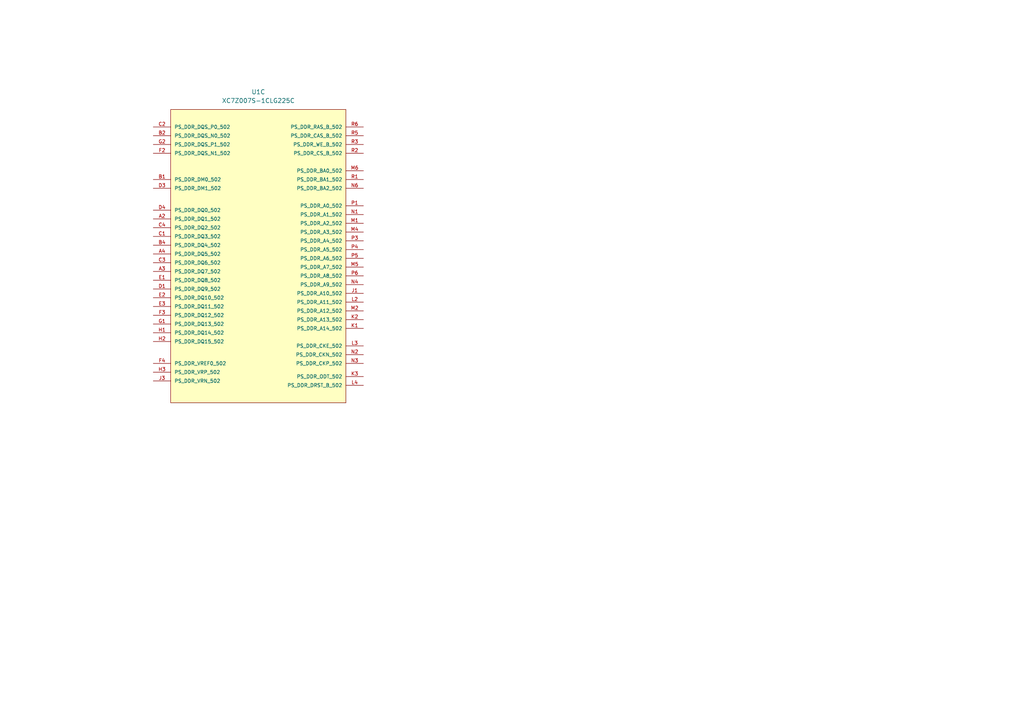
<source format=kicad_sch>
(kicad_sch (version 20231120) (generator "eeschema") (generator_version "8.0")
  (paper "A4")
  (lib_symbols
    (symbol "XC7Z007S-1CLG225C:XC7Z007S-1CLG225C" (pin_names (offset 1.016))
      (property "Reference" "U" (at -20.4724 32.4612 0))
      (property "Value" "XC7Z007S-1CLG225C" (at -9.906 -33.782 0))
      (symbol "XC7Z007S-1CLG225C_1_0"
        (rectangle (start -20.32 30.48) (end 22.86 -27.94) (stroke (width 0.1524)) (fill (type background)))
        (pin power_in line (at 27.94 25.4 180) (length 5.08) (name "VCCO_MIO0_500(1)") (number "A6"))
        (pin power_in line (at 27.94 20.32 180) (length 5.08) (name "VCCO_MIO1_501(1)") (number "B13"))
        (pin power_in line (at 27.94 -12.7 180) (length 5.08) (name "VCCO_DDR_502(1)") (number "B3"))
        (pin power_in line (at 27.94 17.78 180) (length 5.08) (name "VCCO_MIO1_501(2)") (number "C10"))
        (pin power_in line (at 27.94 22.86 180) (length 5.08) (name "VCCO_MIO0_500(2)") (number "D7"))
        (pin power_in line (at -25.4 25.4 0) (length 5.08) (name "VCCINT(1)") (number "E10"))
        (pin power_in line (at 27.94 15.24 180) (length 5.08) (name "VCCO_MIO1_501(3)") (number "E14"))
        (pin power_in line (at 27.94 -15.24 180) (length 5.08) (name "VCCO_DDR_502(2)") (number "E4"))
        (pin power_in line (at -25.4 -25.4 0) (length 5.08) (name "VCCBATT_0") (number "E6"))
        (pin power_in line (at 27.94 -17.78 180) (length 5.08) (name "VCCO_DDR_502(3)") (number "F1"))
        (pin power_in line (at 27.94 -5.08 180) (length 5.08) (name "VCCO_35(1)") (number "F11"))
        (pin power_in line (at -25.4 -7.62 0) (length 5.08) (name "VCCPLL") (number "F5"))
        (pin power_in line (at -25.4 -5.08 0) (length 5.08) (name "VCCADC_0") (number "F7"))
        (pin power_in line (at -25.4 22.86 0) (length 5.08) (name "VCCINT(2)") (number "F9"))
        (pin power_in line (at -25.4 20.32 0) (length 5.08) (name "VCCINT(3)") (number "G10"))
        (pin power_in line (at -25.4 2.54 0) (length 5.08) (name "RSVDVCC1") (number "G4"))
        (pin power_in line (at -25.4 17.78 0) (length 5.08) (name "VCCPINT(1)") (number "G6"))
        (pin power_in line (at 27.94 -7.62 180) (length 5.08) (name "VCCO_35(2)") (number "H15"))
        (pin power_in line (at -25.4 -2.54 0) (length 5.08) (name "RSVDVCC3") (number "H4"))
        (pin power_in line (at -25.4 15.24 0) (length 5.08) (name "VCCPINT(2)") (number "H5"))
        (pin power_in line (at -25.4 -12.7 0) (length 5.08) (name "VCCAUX(1)") (number "H9"))
        (pin power_in line (at -25.4 10.16 0) (length 5.08) (name "VCCINT(4)") (number "J10"))
        (pin power_in line (at 27.94 7.62 180) (length 5.08) (name "VCCO_34(1)") (number "J12"))
        (pin power_in line (at 27.94 -20.32 180) (length 5.08) (name "VCCO_DDR_502(4)") (number "J2"))
        (pin power_in line (at -25.4 0 0) (length 5.08) (name "RSVDVCC2") (number "J4"))
        (pin power_in line (at -25.4 -20.32 0) (length 5.08) (name "VCCPAUX(1)") (number "J6"))
        (pin power_in line (at -25.4 -15.24 0) (length 5.08) (name "VCCAUX(2)") (number "J8"))
        (pin power_in line (at -25.4 12.7 0) (length 5.08) (name "VCCPINT(3)") (number "K5"))
        (pin power_in line (at 27.94 12.7 180) (length 5.08) (name "VCCO_0") (number "K8"))
        (pin power_in line (at -25.4 -17.78 0) (length 5.08) (name "VCCAUX(3)") (number "K9"))
        (pin power_in line (at -25.4 7.62 0) (length 5.08) (name "VCCINT(5)") (number "L10"))
        (pin power_in line (at -25.4 -22.86 0) (length 5.08) (name "VCCPAUX(2)") (number "L6"))
        (pin power_in line (at 27.94 5.08 180) (length 5.08) (name "VCCO_34(2)") (number "M13"))
        (pin power_in line (at 27.94 -22.86 180) (length 5.08) (name "VCCO_DDR_502(5)") (number "M3"))
        (pin power_in line (at 27.94 2.54 180) (length 5.08) (name "VCCO_34(3)") (number "N10"))
        (pin power_in line (at 27.94 0 180) (length 5.08) (name "VCCO_34(4)") (number "P7"))
        (pin power_in line (at 27.94 -2.54 180) (length 5.08) (name "VCCO_34(5)") (number "R14"))
        (pin power_in line (at 27.94 -25.4 180) (length 5.08) (name "VCCO_DDR_502(6)") (number "R4"))
      )
      (symbol "XC7Z007S-1CLG225C_2_0"
        (rectangle (start -15.24 -20.32) (end 17.78 22.86) (stroke (width 0.1524)) (fill (type background)))
        (pin power_in line (at -20.32 20.32 0) (length 5.08) (name "GND(1)") (number "A1"))
        (pin power_in line (at -20.32 17.78 0) (length 5.08) (name "GND(2)") (number "A11"))
        (pin power_in line (at -20.32 15.24 0) (length 5.08) (name "GND(3)") (number "B8"))
        (pin power_in line (at -20.32 10.16 0) (length 5.08) (name "GND(5)") (number "C15"))
        (pin power_in line (at -20.32 12.7 0) (length 5.08) (name "GND(4)") (number "C5"))
        (pin power_in line (at -20.32 5.08 0) (length 5.08) (name "GND(7)") (number "D12"))
        (pin power_in line (at -20.32 7.62 0) (length 5.08) (name "GND(6)") (number "D2"))
        (pin power_in line (at -20.32 2.54 0) (length 5.08) (name "GND(8)") (number "E5"))
        (pin power_in line (at -20.32 0 0) (length 5.08) (name "GND(9)") (number "E7"))
        (pin power_in line (at -20.32 -2.54 0) (length 5.08) (name "GND(10)") (number "E9"))
        (pin power_in line (at -20.32 -5.08 0) (length 5.08) (name "GND(11)") (number "F10"))
        (pin power_in line (at 22.86 20.32 180) (length 5.08) (name "GNDADC_0") (number "F8"))
        (pin power_in line (at -20.32 -12.7 0) (length 5.08) (name "GND(14)") (number "G13"))
        (pin power_in line (at -20.32 -7.62 0) (length 5.08) (name "GND(12)") (number "G3"))
        (pin power_in line (at -20.32 -10.16 0) (length 5.08) (name "GND(13)") (number "G5"))
        (pin power_in line (at -20.32 -17.78 0) (length 5.08) (name "GND(16)") (number "H10"))
        (pin power_in line (at -20.32 -15.24 0) (length 5.08) (name "GND(15)") (number "H6"))
        (pin power_in line (at 22.86 -17.78 180) (length 5.08) (name "GND(17)") (number "J5"))
        (pin power_in line (at 22.86 -15.24 180) (length 5.08) (name "GND(18)") (number "J9"))
        (pin power_in line (at 22.86 -7.62 180) (length 5.08) (name "GND(21)") (number "K10"))
        (pin power_in line (at 22.86 -5.08 180) (length 5.08) (name "GND(22)") (number "K14"))
        (pin power_in line (at 22.86 -12.7 180) (length 5.08) (name "GND(19)") (number "K4"))
        (pin power_in line (at 22.86 -10.16 180) (length 5.08) (name "GND(20)") (number "K7"))
        (pin power_in line (at 22.86 -2.54 180) (length 5.08) (name "GND(23)") (number "L1"))
        (pin power_in line (at 22.86 2.54 180) (length 5.08) (name "GND(25)") (number "L11"))
        (pin power_in line (at 22.86 0 180) (length 5.08) (name "GND(24)") (number "L5"))
        (pin power_in line (at 22.86 5.08 180) (length 5.08) (name "GND(26)") (number "M8"))
        (pin power_in line (at 22.86 10.16 180) (length 5.08) (name "GND(28)") (number "N15"))
        (pin power_in line (at 22.86 7.62 180) (length 5.08) (name "GND(27)") (number "N5"))
        (pin power_in line (at 22.86 15.24 180) (length 5.08) (name "GND(30)") (number "P12"))
        (pin power_in line (at 22.86 12.7 180) (length 5.08) (name "GND(29)") (number "P2"))
        (pin power_in line (at 22.86 17.78 180) (length 5.08) (name "GND(31)") (number "R9"))
      )
      (symbol "XC7Z007S-1CLG225C_3_0"
        (rectangle (start -22.86 38.1) (end 27.94 -46.99) (stroke (width 0.1524)) (fill (type background)))
        (pin bidirectional line (at -27.94 6.35 0) (length 5.08) (name "PS_DDR_DQ1_502") (number "A2"))
        (pin bidirectional line (at -27.94 -8.89 0) (length 5.08) (name "PS_DDR_DQ7_502") (number "A3"))
        (pin bidirectional line (at -27.94 -3.81 0) (length 5.08) (name "PS_DDR_DQ5_502") (number "A4"))
        (pin bidirectional line (at -27.94 17.78 0) (length 5.08) (name "PS_DDR_DM0_502") (number "B1"))
        (pin bidirectional line (at -27.94 30.48 0) (length 5.08) (name "PS_DDR_DQS_N0_502") (number "B2"))
        (pin bidirectional line (at -27.94 -1.27 0) (length 5.08) (name "PS_DDR_DQ4_502") (number "B4"))
        (pin bidirectional line (at -27.94 1.27 0) (length 5.08) (name "PS_DDR_DQ3_502") (number "C1"))
        (pin bidirectional line (at -27.94 33.02 0) (length 5.08) (name "PS_DDR_DQS_P0_502") (number "C2"))
        (pin bidirectional line (at -27.94 -6.35 0) (length 5.08) (name "PS_DDR_DQ6_502") (number "C3"))
        (pin bidirectional line (at -27.94 3.81 0) (length 5.08) (name "PS_DDR_DQ2_502") (number "C4"))
        (pin bidirectional line (at -27.94 -13.97 0) (length 5.08) (name "PS_DDR_DQ9_502") (number "D1"))
        (pin bidirectional line (at -27.94 15.24 0) (length 5.08) (name "PS_DDR_DM1_502") (number "D3"))
        (pin bidirectional line (at -27.94 8.89 0) (length 5.08) (name "PS_DDR_DQ0_502") (number "D4"))
        (pin bidirectional line (at -27.94 -11.43 0) (length 5.08) (name "PS_DDR_DQ8_502") (number "E1"))
        (pin bidirectional line (at -27.94 -16.51 0) (length 5.08) (name "PS_DDR_DQ10_502") (number "E2"))
        (pin bidirectional line (at -27.94 -19.05 0) (length 5.08) (name "PS_DDR_DQ11_502") (number "E3"))
        (pin bidirectional line (at -27.94 25.4 0) (length 5.08) (name "PS_DDR_DQS_N1_502") (number "F2"))
        (pin bidirectional line (at -27.94 -21.59 0) (length 5.08) (name "PS_DDR_DQ12_502") (number "F3"))
        (pin bidirectional line (at -27.94 -35.56 0) (length 5.08) (name "PS_DDR_VREF0_502") (number "F4"))
        (pin bidirectional line (at -27.94 -24.13 0) (length 5.08) (name "PS_DDR_DQ13_502") (number "G1"))
        (pin bidirectional line (at -27.94 27.94 0) (length 5.08) (name "PS_DDR_DQS_P1_502") (number "G2"))
        (pin bidirectional line (at -27.94 -26.67 0) (length 5.08) (name "PS_DDR_DQ14_502") (number "H1"))
        (pin bidirectional line (at -27.94 -29.21 0) (length 5.08) (name "PS_DDR_DQ15_502") (number "H2"))
        (pin bidirectional line (at -27.94 -38.1 0) (length 5.08) (name "PS_DDR_VRP_502") (number "H3"))
        (pin bidirectional line (at 33.02 -15.24 180) (length 5.08) (name "PS_DDR_A10_502") (number "J1"))
        (pin bidirectional line (at -27.94 -40.64 0) (length 5.08) (name "PS_DDR_VRN_502") (number "J3"))
        (pin bidirectional line (at 33.02 -25.4 180) (length 5.08) (name "PS_DDR_A14_502") (number "K1"))
        (pin bidirectional line (at 33.02 -22.86 180) (length 5.08) (name "PS_DDR_A13_502") (number "K2"))
        (pin bidirectional line (at 33.02 -39.37 180) (length 5.08) (name "PS_DDR_ODT_502") (number "K3"))
        (pin bidirectional line (at 33.02 -17.78 180) (length 5.08) (name "PS_DDR_A11_502") (number "L2"))
        (pin bidirectional line (at 33.02 -30.48 180) (length 5.08) (name "PS_DDR_CKE_502") (number "L3"))
        (pin bidirectional line (at 33.02 -41.91 180) (length 5.08) (name "PS_DDR_DRST_B_502") (number "L4"))
        (pin bidirectional line (at 33.02 5.08 180) (length 5.08) (name "PS_DDR_A2_502") (number "M1"))
        (pin bidirectional line (at 33.02 -20.32 180) (length 5.08) (name "PS_DDR_A12_502") (number "M2"))
        (pin bidirectional line (at 33.02 2.54 180) (length 5.08) (name "PS_DDR_A3_502") (number "M4"))
        (pin bidirectional line (at 33.02 -7.62 180) (length 5.08) (name "PS_DDR_A7_502") (number "M5"))
        (pin bidirectional line (at 33.02 20.32 180) (length 5.08) (name "PS_DDR_BA0_502") (number "M6"))
        (pin bidirectional line (at 33.02 7.62 180) (length 5.08) (name "PS_DDR_A1_502") (number "N1"))
        (pin bidirectional line (at 33.02 -33.02 180) (length 5.08) (name "PS_DDR_CKN_502") (number "N2"))
        (pin bidirectional line (at 33.02 -35.56 180) (length 5.08) (name "PS_DDR_CKP_502") (number "N3"))
        (pin bidirectional line (at 33.02 -12.7 180) (length 5.08) (name "PS_DDR_A9_502") (number "N4"))
        (pin bidirectional line (at 33.02 15.24 180) (length 5.08) (name "PS_DDR_BA2_502") (number "N6"))
        (pin bidirectional line (at 33.02 10.16 180) (length 5.08) (name "PS_DDR_A0_502") (number "P1"))
        (pin bidirectional line (at 33.02 0 180) (length 5.08) (name "PS_DDR_A4_502") (number "P3"))
        (pin bidirectional line (at 33.02 -2.54 180) (length 5.08) (name "PS_DDR_A5_502") (number "P4"))
        (pin bidirectional line (at 33.02 -5.08 180) (length 5.08) (name "PS_DDR_A6_502") (number "P5"))
        (pin bidirectional line (at 33.02 -10.16 180) (length 5.08) (name "PS_DDR_A8_502") (number "P6"))
        (pin bidirectional line (at 33.02 17.78 180) (length 5.08) (name "PS_DDR_BA1_502") (number "R1"))
        (pin bidirectional line (at 33.02 25.4 180) (length 5.08) (name "PS_DDR_CS_B_502") (number "R2"))
        (pin bidirectional line (at 33.02 27.94 180) (length 5.08) (name "PS_DDR_WE_B_502") (number "R3"))
        (pin bidirectional line (at 33.02 30.48 180) (length 5.08) (name "PS_DDR_CAS_B_502") (number "R5"))
        (pin bidirectional line (at 33.02 33.02 180) (length 5.08) (name "PS_DDR_RAS_B_502") (number "R6"))
      )
      (symbol "XC7Z007S-1CLG225C_4_0"
        (rectangle (start -22.86 -35.56) (end 20.32 35.56) (stroke (width 0.1524)) (fill (type background)))
        (pin bidirectional line (at -27.94 20.32 0) (length 5.08) (name "PS_MIO6_500") (number "A10"))
        (pin bidirectional line (at -27.94 17.78 0) (length 5.08) (name "PS_MIO52_501") (number "A12"))
        (pin bidirectional line (at -27.94 15.24 0) (length 5.08) (name "PS_MIO38_501") (number "A13"))
        (pin bidirectional line (at -27.94 12.7 0) (length 5.08) (name "PS_MIO35_501") (number "A14"))
        (pin bidirectional line (at -27.94 10.16 0) (length 5.08) (name "PS_MIO28_501") (number "A15"))
        (pin bidirectional line (at -27.94 30.48 0) (length 5.08) (name "PS_MIO1_500") (number "A5"))
        (pin bidirectional line (at -27.94 27.94 0) (length 5.08) (name "PS_MIO3_500") (number "A7"))
        (pin bidirectional line (at -27.94 25.4 0) (length 5.08) (name "PS_MIO2_500") (number "A8"))
        (pin bidirectional line (at -27.94 22.86 0) (length 5.08) (name "PS_MIO5_500") (number "A9"))
        (pin bidirectional line (at -27.94 -2.54 0) (length 5.08) (name "PS_MIO11_500") (number "B10"))
        (pin bidirectional line (at 25.4 -10.16 180) (length 5.08) (name "PS_SRST_B_501") (number "B11"))
        (pin bidirectional line (at -27.94 -7.62 0) (length 5.08) (name "PS_MIO48_501") (number "B12"))
        (pin bidirectional line (at -27.94 -10.16 0) (length 5.08) (name "PS_MIO36_501") (number "B14"))
        (pin bidirectional line (at -27.94 -12.7 0) (length 5.08) (name "PS_MIO30_501") (number "B15"))
        (pin bidirectional line (at -27.94 7.62 0) (length 5.08) (name "PS_MIO9_500") (number "B5"))
        (pin bidirectional line (at -27.94 5.08 0) (length 5.08) (name "PS_MIO8_500") (number "B6"))
        (pin bidirectional line (at -27.94 2.54 0) (length 5.08) (name "PS_MIO12_500") (number "B7"))
        (pin bidirectional line (at -27.94 0 0) (length 5.08) (name "PS_MIO14_500") (number "B9"))
        (pin bidirectional line (at -27.94 -15.24 0) (length 5.08) (name "PS_MIO33_501") (number "C11"))
        (pin bidirectional line (at -27.94 -17.78 0) (length 5.08) (name "PS_MIO31_501") (number "C12"))
        (pin bidirectional line (at -27.94 -20.32 0) (length 5.08) (name "PS_MIO53_501") (number "C13"))
        (pin bidirectional line (at -27.94 -22.86 0) (length 5.08) (name "PS_MIO37_501") (number "C14"))
        (pin bidirectional line (at -27.94 -5.08 0) (length 5.08) (name "PS_MIO13_500") (number "C6"))
        (pin bidirectional clock (at 25.4 -7.62 180) (length 5.08) (name "PS_CLK_500") (number "C7"))
        (pin bidirectional line (at 25.4 -15.24 180) (length 5.08) (name "PS_MIO4_500") (number "C8"))
        (pin bidirectional line (at 25.4 15.24 180) (length 5.08) (name "PS_POR_B_500") (number "C9"))
        (pin bidirectional line (at 25.4 -30.48 180) (length 5.08) (name "PS_MIO15_500") (number "D10"))
        (pin bidirectional line (at 25.4 -27.94 180) (length 5.08) (name "PS_MIO29_501") (number "D11"))
        (pin bidirectional line (at 25.4 -25.4 180) (length 5.08) (name "PS_MIO49_501") (number "D13"))
        (pin bidirectional line (at 25.4 -22.86 180) (length 5.08) (name "PS_MIO39_501") (number "D14"))
        (pin bidirectional line (at -27.94 -30.48 0) (length 5.08) (name "PS_MIO34_501") (number "D15"))
        (pin bidirectional line (at 25.4 0 180) (length 5.08) (name "INIT_B_0") (number "D5"))
        (pin bidirectional line (at -27.94 -27.94 0) (length 5.08) (name "PS_MIO10_500") (number "D6"))
        (pin bidirectional line (at -27.94 -25.4 0) (length 5.08) (name "PS_MIO0_500") (number "D8"))
        (pin bidirectional line (at 25.4 -20.32 180) (length 5.08) (name "PS_MIO7_500") (number "D9"))
        (pin bidirectional line (at 25.4 -17.78 180) (length 5.08) (name "PS_MIO32_501") (number "E15"))
        (pin bidirectional line (at 25.4 5.08 180) (length 5.08) (name "RSVDGND") (number "E8"))
        (pin bidirectional line (at 25.4 -2.54 180) (length 5.08) (name "CFGBVS_0") (number "F6"))
        (pin bidirectional line (at 25.4 7.62 180) (length 5.08) (name "VP_0") (number "G7"))
        (pin bidirectional line (at 25.4 10.16 180) (length 5.08) (name "VREFN_0") (number "G8"))
        (pin bidirectional line (at 25.4 12.7 180) (length 5.08) (name "TCK_0") (number "G9"))
        (pin bidirectional line (at 25.4 20.32 180) (length 5.08) (name "VREFP_0") (number "H7"))
        (pin bidirectional line (at 25.4 22.86 180) (length 5.08) (name "VN_0") (number "H8"))
        (pin bidirectional line (at 25.4 2.54 180) (length 5.08) (name "DXP_0") (number "J7"))
        (pin bidirectional line (at 25.4 -5.08 180) (length 5.08) (name "PROGRAM_B_0") (number "K6"))
        (pin bidirectional line (at 25.4 25.4 180) (length 5.08) (name "TDI_0") (number "L7"))
        (pin bidirectional line (at 25.4 27.94 180) (length 5.08) (name "TDO_0") (number "L8"))
        (pin bidirectional line (at 25.4 30.48 180) (length 5.08) (name "TMS_0") (number "L9"))
        (pin bidirectional line (at 25.4 17.78 180) (length 5.08) (name "DONE_0") (number "M7"))
      )
      (symbol "XC7Z007S-1CLG225C_5_0"
        (rectangle (start -25.4 -40.64) (end 25.4 35.56) (stroke (width 0.1524)) (fill (type background)))
        (pin bidirectional line (at -30.48 30.48 0) (length 5.08) (name "IO_L2P_T0_AD8P_35") (number "E11"))
        (pin bidirectional line (at -30.48 27.94 0) (length 5.08) (name "IO_L2N_T0_AD8N_35") (number "E12"))
        (pin bidirectional line (at -30.48 25.4 0) (length 5.08) (name "IO_L1N_T0_AD0N_35") (number "E13"))
        (pin bidirectional line (at -30.48 22.86 0) (length 5.08) (name "IO_L1P_T0_AD0P_35") (number "F12"))
        (pin bidirectional line (at -30.48 20.32 0) (length 5.08) (name "IO_L3P_T0_DQS_AD1P_35") (number "F13"))
        (pin bidirectional line (at -30.48 17.78 0) (length 5.08) (name "IO_L3N_T0_DQS_AD1N_35") (number "F14"))
        (pin bidirectional line (at -30.48 15.24 0) (length 5.08) (name "IO_L5N_T0_AD9N_35") (number "F15"))
        (pin bidirectional line (at -30.48 5.08 0) (length 5.08) (name "IO_L1P_T0_34") (number "G11"))
        (pin bidirectional line (at -30.48 2.54 0) (length 5.08) (name "IO_L2P_T0_34") (number "G12"))
        (pin bidirectional line (at -30.48 7.62 0) (length 5.08) (name "IO_L3P_T0_DQS_PUDC_B_34") (number "G14"))
        (pin bidirectional line (at -30.48 12.7 0) (length 5.08) (name "IO_L5P_T0_AD9P_35") (number "G15"))
        (pin bidirectional line (at 30.48 30.48 180) (length 5.08) (name "IO_L6P_T0_34") (number "H11"))
        (pin bidirectional line (at 30.48 27.94 180) (length 5.08) (name "IO_L1N_T0_34") (number "H12"))
        (pin bidirectional line (at 30.48 25.4 180) (length 5.08) (name "IO_L2N_T0_34") (number "H13"))
        (pin bidirectional line (at 30.48 22.86 180) (length 5.08) (name "IO_L3N_T0_DQS_34") (number "H14"))
        (pin bidirectional line (at 30.48 20.32 180) (length 5.08) (name "IO_L6N_T0_VREF_34") (number "J11"))
        (pin bidirectional line (at 30.48 17.78 180) (length 5.08) (name "IO_L5P_T0_34") (number "J13"))
        (pin bidirectional line (at 30.48 15.24 180) (length 5.08) (name "IO_L5N_T0_34") (number "J14"))
        (pin bidirectional line (at 30.48 12.7 180) (length 5.08) (name "IO_L4P_T0_34") (number "J15"))
        (pin bidirectional line (at 30.48 10.16 180) (length 5.08) (name "IO_L11P_T1_SRCC_34") (number "K11"))
        (pin bidirectional line (at 30.48 7.62 180) (length 5.08) (name "IO_L11N_T1_SRCC_34") (number "K12"))
        (pin bidirectional line (at 30.48 5.08 180) (length 5.08) (name "IO_L10P_T1_34") (number "K13"))
        (pin bidirectional line (at 30.48 2.54 180) (length 5.08) (name "IO_L4N_T0_34") (number "K15"))
        (pin bidirectional line (at -30.48 0 0) (length 5.08) (name "IO_L12P_T1_MRCC_34") (number "L12"))
        (pin bidirectional line (at -30.48 -2.54 0) (length 5.08) (name "IO_L10N_T1_34") (number "L13"))
        (pin bidirectional line (at 30.48 -2.54 180) (length 5.08) (name "IO_L9P_T1_DQS_34") (number "L14"))
        (pin bidirectional line (at 30.48 0 180) (length 5.08) (name "IO_L8P_T1_34") (number "L15"))
        (pin bidirectional line (at -30.48 -5.08 0) (length 5.08) (name "IO_L21P_T3_DQS_34") (number "M10"))
        (pin bidirectional line (at 30.48 -7.62 180) (length 5.08) (name "IO_L21N_T3_DQS_34") (number "M11"))
        (pin bidirectional line (at -30.48 -7.62 0) (length 5.08) (name "IO_L12N_T1_MRCC_34") (number "M12"))
        (pin bidirectional line (at 30.48 -10.16 180) (length 5.08) (name "IO_L9N_T1_DQS_34") (number "M14"))
        (pin bidirectional line (at -30.48 -10.16 0) (length 5.08) (name "IO_L8N_T1_34") (number "M15"))
        (pin bidirectional line (at 30.48 -5.08 180) (length 5.08) (name "IO_L19P_T3_34") (number "M9"))
        (pin bidirectional line (at -30.48 -20.32 0) (length 5.08) (name "IO_L13P_T2_MRCC_34") (number "N11"))
        (pin bidirectional line (at -30.48 -17.78 0) (length 5.08) (name "IO_L13N_T2_MRCC_34") (number "N12"))
        (pin bidirectional line (at -30.48 -15.24 0) (length 5.08) (name "IO_L7P_T1_34") (number "N13"))
        (pin bidirectional line (at -30.48 -12.7 0) (length 5.08) (name "IO_L7N_T1_34") (number "N14"))
        (pin bidirectional line (at -30.48 -27.94 0) (length 5.08) (name "IO_L22P_T3_34") (number "N7"))
        (pin bidirectional line (at -30.48 -25.4 0) (length 5.08) (name "IO_L22N_T3_34") (number "N8"))
        (pin bidirectional line (at -30.48 -22.86 0) (length 5.08) (name "IO_L19N_T3_VREF_34") (number "N9"))
        (pin bidirectional line (at 30.48 -20.32 180) (length 5.08) (name "IO_L24P_T3_34") (number "P10"))
        (pin bidirectional line (at 30.48 -22.86 180) (length 5.08) (name "IO_L16P_T2_34") (number "P11"))
        (pin bidirectional line (at 30.48 -25.4 180) (length 5.08) (name "IO_L18P_T2_34") (number "P13"))
        (pin bidirectional line (at 30.48 -27.94 180) (length 5.08) (name "IO_L18N_T2_34") (number "P14"))
        (pin bidirectional line (at 30.48 -12.7 180) (length 5.08) (name "IO_L15P_T2_DQS_34") (number "P15"))
        (pin bidirectional line (at 30.48 -15.24 180) (length 5.08) (name "IO_L23P_T3_34") (number "P8"))
        (pin bidirectional line (at 30.48 -17.78 180) (length 5.08) (name "IO_L23N_T3_34") (number "P9"))
        (pin bidirectional line (at 30.48 -35.56 180) (length 5.08) (name "IO_L24N_T3_34") (number "R10"))
        (pin bidirectional line (at 30.48 -33.02 180) (length 5.08) (name "IO_L16N_T2_34") (number "R11"))
        (pin bidirectional line (at -30.48 -33.02 0) (length 5.08) (name "IO_L17P_T2_34") (number "R12"))
        (pin bidirectional line (at -30.48 -35.56 0) (length 5.08) (name "IO_L17N_T2_34") (number "R13"))
        (pin bidirectional line (at -30.48 10.16 0) (length 5.08) (name "IO_L15N_T2_DQS_34") (number "R15"))
        (pin bidirectional line (at -30.48 -30.48 0) (length 5.08) (name "IO_L20P_T3_34") (number "R7"))
        (pin bidirectional line (at 30.48 -30.48 180) (length 5.08) (name "IO_L20N_T3_34") (number "R8"))
      )
      (symbol "XC7Z007S-1CLG225C_6_0"
        (rectangle (start -20.32 30.48) (end 22.86 -27.94) (stroke (width 0.1524)) (fill (type background)))
        (pin power_in line (at 27.94 25.4 180) (length 5.08) (name "VCCO_MIO0_500(1)") (number "A6"))
        (pin power_in line (at 27.94 20.32 180) (length 5.08) (name "VCCO_MIO1_501(1)") (number "B13"))
        (pin power_in line (at 27.94 -12.7 180) (length 5.08) (name "VCCO_DDR_502(1)") (number "B3"))
        (pin power_in line (at 27.94 17.78 180) (length 5.08) (name "VCCO_MIO1_501(2)") (number "C10"))
        (pin power_in line (at 27.94 22.86 180) (length 5.08) (name "VCCO_MIO0_500(2)") (number "D7"))
        (pin power_in line (at -25.4 25.4 0) (length 5.08) (name "VCCINT(1)") (number "E10"))
        (pin power_in line (at 27.94 15.24 180) (length 5.08) (name "VCCO_MIO1_501(3)") (number "E14"))
        (pin power_in line (at 27.94 -15.24 180) (length 5.08) (name "VCCO_DDR_502(2)") (number "E4"))
        (pin power_in line (at -25.4 -25.4 0) (length 5.08) (name "VCCBATT_0") (number "E6"))
        (pin power_in line (at 27.94 -17.78 180) (length 5.08) (name "VCCO_DDR_502(3)") (number "F1"))
        (pin power_in line (at 27.94 -5.08 180) (length 5.08) (name "VCCO_35(1)") (number "F11"))
        (pin power_in line (at -25.4 -7.62 0) (length 5.08) (name "VCCPLL") (number "F5"))
        (pin power_in line (at -25.4 -5.08 0) (length 5.08) (name "VCCADC_0") (number "F7"))
        (pin power_in line (at -25.4 22.86 0) (length 5.08) (name "VCCINT(2)") (number "F9"))
        (pin power_in line (at -25.4 20.32 0) (length 5.08) (name "VCCINT(3)") (number "G10"))
        (pin power_in line (at -25.4 2.54 0) (length 5.08) (name "RSVDVCC1") (number "G4"))
        (pin power_in line (at -25.4 17.78 0) (length 5.08) (name "VCCPINT(1)") (number "G6"))
        (pin power_in line (at 27.94 -7.62 180) (length 5.08) (name "VCCO_35(2)") (number "H15"))
        (pin power_in line (at -25.4 -2.54 0) (length 5.08) (name "RSVDVCC3") (number "H4"))
        (pin power_in line (at -25.4 15.24 0) (length 5.08) (name "VCCPINT(2)") (number "H5"))
        (pin power_in line (at -25.4 -12.7 0) (length 5.08) (name "VCCAUX(1)") (number "H9"))
        (pin power_in line (at -25.4 10.16 0) (length 5.08) (name "VCCINT(4)") (number "J10"))
        (pin power_in line (at 27.94 7.62 180) (length 5.08) (name "VCCO_34(1)") (number "J12"))
        (pin power_in line (at 27.94 -20.32 180) (length 5.08) (name "VCCO_DDR_502(4)") (number "J2"))
        (pin power_in line (at -25.4 0 0) (length 5.08) (name "RSVDVCC2") (number "J4"))
        (pin power_in line (at -25.4 -20.32 0) (length 5.08) (name "VCCPAUX(1)") (number "J6"))
        (pin power_in line (at -25.4 -15.24 0) (length 5.08) (name "VCCAUX(2)") (number "J8"))
        (pin power_in line (at -25.4 12.7 0) (length 5.08) (name "VCCPINT(3)") (number "K5"))
        (pin power_in line (at 27.94 12.7 180) (length 5.08) (name "VCCO_0") (number "K8"))
        (pin power_in line (at -25.4 -17.78 0) (length 5.08) (name "VCCAUX(3)") (number "K9"))
        (pin power_in line (at -25.4 7.62 0) (length 5.08) (name "VCCINT(5)") (number "L10"))
        (pin power_in line (at -25.4 -22.86 0) (length 5.08) (name "VCCPAUX(2)") (number "L6"))
        (pin power_in line (at 27.94 5.08 180) (length 5.08) (name "VCCO_34(2)") (number "M13"))
        (pin power_in line (at 27.94 -22.86 180) (length 5.08) (name "VCCO_DDR_502(5)") (number "M3"))
        (pin power_in line (at 27.94 2.54 180) (length 5.08) (name "VCCO_34(3)") (number "N10"))
        (pin power_in line (at 27.94 0 180) (length 5.08) (name "VCCO_34(4)") (number "P7"))
        (pin power_in line (at 27.94 -2.54 180) (length 5.08) (name "VCCO_34(5)") (number "R14"))
        (pin power_in line (at 27.94 -25.4 180) (length 5.08) (name "VCCO_DDR_502(6)") (number "R4"))
      )
      (symbol "XC7Z007S-1CLG225C_7_0"
        (rectangle (start -20.32 30.48) (end 22.86 -27.94) (stroke (width 0.1524)) (fill (type background)))
        (pin power_in line (at 27.94 25.4 180) (length 5.08) (name "VCCO_MIO0_500(1)") (number "A6"))
        (pin power_in line (at 27.94 20.32 180) (length 5.08) (name "VCCO_MIO1_501(1)") (number "B13"))
        (pin power_in line (at 27.94 -12.7 180) (length 5.08) (name "VCCO_DDR_502(1)") (number "B3"))
        (pin power_in line (at 27.94 17.78 180) (length 5.08) (name "VCCO_MIO1_501(2)") (number "C10"))
        (pin power_in line (at 27.94 22.86 180) (length 5.08) (name "VCCO_MIO0_500(2)") (number "D7"))
        (pin power_in line (at -25.4 25.4 0) (length 5.08) (name "VCCINT(1)") (number "E10"))
        (pin power_in line (at 27.94 15.24 180) (length 5.08) (name "VCCO_MIO1_501(3)") (number "E14"))
        (pin power_in line (at 27.94 -15.24 180) (length 5.08) (name "VCCO_DDR_502(2)") (number "E4"))
        (pin power_in line (at -25.4 -25.4 0) (length 5.08) (name "VCCBATT_0") (number "E6"))
        (pin power_in line (at 27.94 -17.78 180) (length 5.08) (name "VCCO_DDR_502(3)") (number "F1"))
        (pin power_in line (at 27.94 -5.08 180) (length 5.08) (name "VCCO_35(1)") (number "F11"))
        (pin power_in line (at -25.4 -7.62 0) (length 5.08) (name "VCCPLL") (number "F5"))
        (pin power_in line (at -25.4 -5.08 0) (length 5.08) (name "VCCADC_0") (number "F7"))
        (pin power_in line (at -25.4 22.86 0) (length 5.08) (name "VCCINT(2)") (number "F9"))
        (pin power_in line (at -25.4 20.32 0) (length 5.08) (name "VCCINT(3)") (number "G10"))
        (pin power_in line (at -25.4 2.54 0) (length 5.08) (name "RSVDVCC1") (number "G4"))
        (pin power_in line (at -25.4 17.78 0) (length 5.08) (name "VCCPINT(1)") (number "G6"))
        (pin power_in line (at 27.94 -7.62 180) (length 5.08) (name "VCCO_35(2)") (number "H15"))
        (pin power_in line (at -25.4 -2.54 0) (length 5.08) (name "RSVDVCC3") (number "H4"))
        (pin power_in line (at -25.4 15.24 0) (length 5.08) (name "VCCPINT(2)") (number "H5"))
        (pin power_in line (at -25.4 -12.7 0) (length 5.08) (name "VCCAUX(1)") (number "H9"))
        (pin power_in line (at -25.4 10.16 0) (length 5.08) (name "VCCINT(4)") (number "J10"))
        (pin power_in line (at 27.94 7.62 180) (length 5.08) (name "VCCO_34(1)") (number "J12"))
        (pin power_in line (at 27.94 -20.32 180) (length 5.08) (name "VCCO_DDR_502(4)") (number "J2"))
        (pin power_in line (at -25.4 0 0) (length 5.08) (name "RSVDVCC2") (number "J4"))
        (pin power_in line (at -25.4 -20.32 0) (length 5.08) (name "VCCPAUX(1)") (number "J6"))
        (pin power_in line (at -25.4 -15.24 0) (length 5.08) (name "VCCAUX(2)") (number "J8"))
        (pin power_in line (at -25.4 12.7 0) (length 5.08) (name "VCCPINT(3)") (number "K5"))
        (pin power_in line (at 27.94 12.7 180) (length 5.08) (name "VCCO_0") (number "K8"))
        (pin power_in line (at -25.4 -17.78 0) (length 5.08) (name "VCCAUX(3)") (number "K9"))
        (pin power_in line (at -25.4 7.62 0) (length 5.08) (name "VCCINT(5)") (number "L10"))
        (pin power_in line (at -25.4 -22.86 0) (length 5.08) (name "VCCPAUX(2)") (number "L6"))
        (pin power_in line (at 27.94 5.08 180) (length 5.08) (name "VCCO_34(2)") (number "M13"))
        (pin power_in line (at 27.94 -22.86 180) (length 5.08) (name "VCCO_DDR_502(5)") (number "M3"))
        (pin power_in line (at 27.94 2.54 180) (length 5.08) (name "VCCO_34(3)") (number "N10"))
        (pin power_in line (at 27.94 0 180) (length 5.08) (name "VCCO_34(4)") (number "P7"))
        (pin power_in line (at 27.94 -2.54 180) (length 5.08) (name "VCCO_34(5)") (number "R14"))
        (pin power_in line (at 27.94 -25.4 180) (length 5.08) (name "VCCO_DDR_502(6)") (number "R4"))
      )
    )
  )
  (symbol (lib_id "XC7Z007S-1CLG225C:XC7Z007S-1CLG225C") (at 72.39 69.85 0) (unit 3)
    (property "Reference" "U1" (at 74.93 26.67 0))
    (property "Value" "XC7Z007S-1CLG225C" (at 74.93 29.21 0))
    (property "Footprint" "BGA225C80P15X15_1300X1300X150" (effects (hide yes)))
    (property "Description" "FPGA Zynq-7000 Family 23000 Cells 667MHz 28nm 1V 225-Pin WCBGA Tray" (effects (hide yes)))
    (property "MF" "Xilinx Inc." (effects (hide yes)))
    (property "DESCRIPTION" "FPGA Zynq-7000 Family 23000 Cells 667MHz 28nm 1V 225-Pin WCBGA Tray" (effects (hide yes)))
    (property "PACKAGE" "CSPBGA-225 Xilinx" (effects (hide yes)))
    (property "PRICE" "42.41 USD" (effects (hide yes)))
    (property "Package" "CSPBGA-225 Xilinx" (effects (hide yes)))
    (property "Check_prices" "https://www.snapeda.com/parts/XC7Z007S-1CLG225C/Xilinx/view-part/?ref=eda" (effects (hide yes)))
    (property "Price" "None" (effects (hide yes)))
    (property "SnapEDA_Link" "https://www.snapeda.com/parts/XC7Z007S-1CLG225C/Xilinx/view-part/?ref=snap" (effects (hide yes)))
    (property "MP" "XC7Z007S-1CLG225C" (effects (hide yes)))
    (property "Description_1" "\\n                        \\n                            Single ARM® Cortex®-A9 MPCore™ with CoreSight™ System On Chip (SOC) IC Zynq®-7000 Artix™-7 FPGA, 23K Logic Cells   667MHz 225-CSPBGA (13x13)\\n                        \\n" (effects (hide yes)))
    (property "Availability" "In Stock" (effects (hide yes)))
    (property "AVAILABILITY" "Bad" (effects (hide yes)))
    (property "MANUFACTURER" "Xilinx" (effects (hide yes)))
  )
)
</source>
